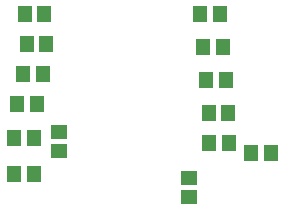
<source format=gbr>
%FSTAX23Y23*%
%MOMM*%
%SFA1B1*%

%IPPOS*%
%ADD15R,1.304637X1.456197*%
%ADD31R,1.456197X1.304637*%
%LNflightstick_trigger_rightv2_paste_bot-1*%
%LPD*%
G54D15*
X06901Y-44069D03*
X03345Y-4318D03*
X03302Y-4064D03*
X03091Y-37846D03*
X02837Y-35052D03*
X02583Y-32258D03*
X0529Y-44069D03*
X-12275Y-32258D03*
X-13886D03*
X-12104Y-34798D03*
X-13716D03*
X01226Y-35052D03*
X0148Y-37846D03*
X0169Y-4064D03*
X01734Y-4318D03*
X-13164Y-42799D03*
X-14775D03*
X-12402Y-37338D03*
X-14013D03*
X00972Y-32258D03*
X-1291Y-39878D03*
X-14521D03*
X-14775Y-45847D03*
X-13164D03*
G54D31*
X0Y-47795D03*
Y-46184D03*
X-11049Y-43902D03*
Y-42291D03*
M02*
</source>
